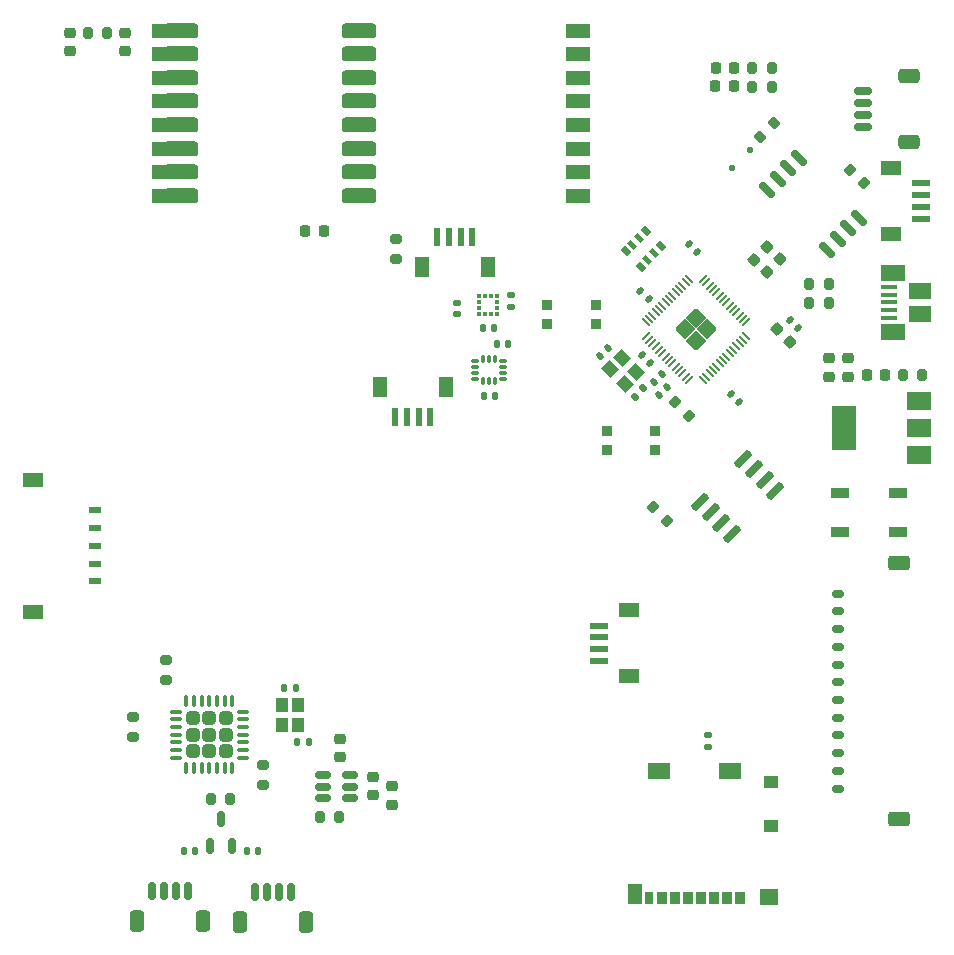
<source format=gbr>
%TF.GenerationSoftware,KiCad,Pcbnew,8.0.2-1*%
%TF.CreationDate,2024-05-29T22:59:52-07:00*%
%TF.ProjectId,flight_computer_dev_board_rfm98pw,666c6967-6874-45f6-936f-6d7075746572,rev?*%
%TF.SameCoordinates,Original*%
%TF.FileFunction,Paste,Top*%
%TF.FilePolarity,Positive*%
%FSLAX46Y46*%
G04 Gerber Fmt 4.6, Leading zero omitted, Abs format (unit mm)*
G04 Created by KiCad (PCBNEW 8.0.2-1) date 2024-05-29 22:59:52*
%MOMM*%
%LPD*%
G01*
G04 APERTURE LIST*
G04 Aperture macros list*
%AMRoundRect*
0 Rectangle with rounded corners*
0 $1 Rounding radius*
0 $2 $3 $4 $5 $6 $7 $8 $9 X,Y pos of 4 corners*
0 Add a 4 corners polygon primitive as box body*
4,1,4,$2,$3,$4,$5,$6,$7,$8,$9,$2,$3,0*
0 Add four circle primitives for the rounded corners*
1,1,$1+$1,$2,$3*
1,1,$1+$1,$4,$5*
1,1,$1+$1,$6,$7*
1,1,$1+$1,$8,$9*
0 Add four rect primitives between the rounded corners*
20,1,$1+$1,$2,$3,$4,$5,0*
20,1,$1+$1,$4,$5,$6,$7,0*
20,1,$1+$1,$6,$7,$8,$9,0*
20,1,$1+$1,$8,$9,$2,$3,0*%
%AMRotRect*
0 Rectangle, with rotation*
0 The origin of the aperture is its center*
0 $1 length*
0 $2 width*
0 $3 Rotation angle, in degrees counterclockwise*
0 Add horizontal line*
21,1,$1,$2,0,0,$3*%
%AMFreePoly0*
4,1,19,0.563745,0.600348,0.608674,0.548496,0.619677,0.497915,0.619677,-0.497915,0.600348,-0.563745,0.548496,-0.608674,0.497915,-0.619677,-0.497915,-0.619677,-0.563745,-0.600348,-0.608674,-0.548496,-0.619677,-0.497915,-0.619677,0.397045,-0.600348,0.462875,-0.584014,0.483144,-0.483144,0.584014,-0.422927,0.616893,-0.397045,0.619677,0.497915,0.619677,0.563745,0.600348,0.563745,0.600348,
$1*%
%AMFreePoly1*
4,1,19,0.563745,0.600348,0.608674,0.548496,0.619677,0.497915,0.619677,-0.497915,0.600348,-0.563745,0.548496,-0.608674,0.497915,-0.619677,-0.397045,-0.619677,-0.462875,-0.600348,-0.483144,-0.584014,-0.584014,-0.483144,-0.616893,-0.422927,-0.619677,-0.397045,-0.619677,0.497915,-0.600348,0.563745,-0.548496,0.608674,-0.497915,0.619677,0.497915,0.619677,0.563745,0.600348,0.563745,0.600348,
$1*%
%AMFreePoly2*
4,1,19,0.462875,0.600348,0.483144,0.584014,0.584014,0.483144,0.616893,0.422927,0.619677,0.397045,0.619677,-0.497915,0.600348,-0.563745,0.548496,-0.608674,0.497915,-0.619677,-0.497915,-0.619677,-0.563745,-0.600348,-0.608674,-0.548496,-0.619677,-0.497915,-0.619677,0.497915,-0.600348,0.563745,-0.548496,0.608674,-0.497915,0.619677,0.397045,0.619677,0.462875,0.600348,0.462875,0.600348,
$1*%
%AMFreePoly3*
4,1,19,0.563745,0.600348,0.608674,0.548496,0.619677,0.497915,0.619677,-0.397045,0.600348,-0.462875,0.584014,-0.483144,0.483144,-0.584014,0.422927,-0.616893,0.397045,-0.619677,-0.497915,-0.619677,-0.563745,-0.600348,-0.608674,-0.548496,-0.619677,-0.497915,-0.619677,0.497915,-0.600348,0.563745,-0.548496,0.608674,-0.497915,0.619677,0.497915,0.619677,0.563745,0.600348,0.563745,0.600348,
$1*%
G04 Aperture macros list end*
%ADD10RoundRect,0.140000X-0.021213X0.219203X-0.219203X0.021213X0.021213X-0.219203X0.219203X-0.021213X0*%
%ADD11RoundRect,0.225000X0.250000X-0.225000X0.250000X0.225000X-0.250000X0.225000X-0.250000X-0.225000X0*%
%ADD12RoundRect,0.200000X-0.200000X-0.275000X0.200000X-0.275000X0.200000X0.275000X-0.200000X0.275000X0*%
%ADD13RoundRect,0.135000X0.185000X-0.135000X0.185000X0.135000X-0.185000X0.135000X-0.185000X-0.135000X0*%
%ADD14RoundRect,0.225000X-0.250000X0.225000X-0.250000X-0.225000X0.250000X-0.225000X0.250000X0.225000X0*%
%ADD15RoundRect,0.150000X0.150000X0.625000X-0.150000X0.625000X-0.150000X-0.625000X0.150000X-0.625000X0*%
%ADD16RoundRect,0.250000X0.350000X0.650000X-0.350000X0.650000X-0.350000X-0.650000X0.350000X-0.650000X0*%
%ADD17R,2.000000X1.500000*%
%ADD18R,2.000000X3.800000*%
%ADD19R,1.550000X0.600000*%
%ADD20R,1.800000X1.200000*%
%ADD21RoundRect,0.200000X-0.275000X0.200000X-0.275000X-0.200000X0.275000X-0.200000X0.275000X0.200000X0*%
%ADD22RoundRect,0.140000X0.021213X-0.219203X0.219203X-0.021213X-0.021213X0.219203X-0.219203X0.021213X0*%
%ADD23RoundRect,0.218750X0.218750X0.256250X-0.218750X0.256250X-0.218750X-0.256250X0.218750X-0.256250X0*%
%ADD24RotRect,0.800000X0.500000X135.000000*%
%ADD25RotRect,0.800000X0.400000X135.000000*%
%ADD26RoundRect,0.218750X-0.218750X-0.256250X0.218750X-0.256250X0.218750X0.256250X-0.218750X0.256250X0*%
%ADD27R,0.900000X0.900000*%
%ADD28RoundRect,0.140000X-0.140000X-0.170000X0.140000X-0.170000X0.140000X0.170000X-0.140000X0.170000X0*%
%ADD29RoundRect,0.140000X-0.170000X0.140000X-0.170000X-0.140000X0.170000X-0.140000X0.170000X0.140000X0*%
%ADD30RoundRect,0.200000X0.200000X0.275000X-0.200000X0.275000X-0.200000X-0.275000X0.200000X-0.275000X0*%
%ADD31RoundRect,0.225000X0.017678X-0.335876X0.335876X-0.017678X-0.017678X0.335876X-0.335876X0.017678X0*%
%ADD32R,0.600000X1.550000*%
%ADD33R,1.200000X1.800000*%
%ADD34RoundRect,0.135000X-0.035355X0.226274X-0.226274X0.035355X0.035355X-0.226274X0.226274X-0.035355X0*%
%ADD35RotRect,1.150000X1.000000X315.000000*%
%ADD36RoundRect,0.140000X0.219203X0.021213X0.021213X0.219203X-0.219203X-0.021213X-0.021213X-0.219203X0*%
%ADD37RoundRect,0.140000X0.140000X0.170000X-0.140000X0.170000X-0.140000X-0.170000X0.140000X-0.170000X0*%
%ADD38R,1.000000X0.600000*%
%ADD39R,1.800000X1.250000*%
%ADD40R,1.000000X1.150000*%
%ADD41RoundRect,0.150000X-0.512500X-0.150000X0.512500X-0.150000X0.512500X0.150000X-0.512500X0.150000X0*%
%ADD42RoundRect,0.150000X0.150000X-0.512500X0.150000X0.512500X-0.150000X0.512500X-0.150000X-0.512500X0*%
%ADD43RoundRect,0.200000X0.335876X0.053033X0.053033X0.335876X-0.335876X-0.053033X-0.053033X-0.335876X0*%
%ADD44R,2.000000X1.300000*%
%ADD45RoundRect,0.087500X-0.225000X-0.087500X0.225000X-0.087500X0.225000X0.087500X-0.225000X0.087500X0*%
%ADD46RoundRect,0.087500X-0.087500X-0.225000X0.087500X-0.225000X0.087500X0.225000X-0.087500X0.225000X0*%
%ADD47RoundRect,0.225000X-0.335876X-0.017678X-0.017678X-0.335876X0.335876X0.017678X0.017678X0.335876X0*%
%ADD48RoundRect,0.150000X-0.565685X0.353553X0.353553X-0.565685X0.565685X-0.353553X-0.353553X0.565685X0*%
%ADD49RoundRect,0.140000X-0.219203X-0.021213X-0.021213X-0.219203X0.219203X0.021213X0.021213X0.219203X0*%
%ADD50R,1.500000X0.900000*%
%ADD51RoundRect,0.125000X0.000000X-0.176777X0.176777X0.000000X0.000000X0.176777X-0.176777X0.000000X0*%
%ADD52R,0.850000X1.100000*%
%ADD53R,0.750000X1.100000*%
%ADD54R,1.200000X1.000000*%
%ADD55R,1.550000X1.350000*%
%ADD56R,1.900000X1.350000*%
%ADD57R,1.170000X1.800000*%
%ADD58RoundRect,0.150000X0.625000X-0.150000X0.625000X0.150000X-0.625000X0.150000X-0.625000X-0.150000X0*%
%ADD59RoundRect,0.250000X0.650000X-0.350000X0.650000X0.350000X-0.650000X0.350000X-0.650000X-0.350000X0*%
%ADD60RoundRect,0.200000X0.275000X-0.200000X0.275000X0.200000X-0.275000X0.200000X-0.275000X-0.200000X0*%
%ADD61FreePoly0,315.000000*%
%ADD62FreePoly1,315.000000*%
%ADD63FreePoly2,315.000000*%
%ADD64FreePoly3,315.000000*%
%ADD65RoundRect,0.050000X-0.309359X0.238649X0.238649X-0.309359X0.309359X-0.238649X-0.238649X0.309359X0*%
%ADD66RoundRect,0.050000X-0.309359X-0.238649X-0.238649X-0.309359X0.309359X0.238649X0.238649X0.309359X0*%
%ADD67RoundRect,0.317500X1.157500X0.317500X-1.157500X0.317500X-1.157500X-0.317500X1.157500X-0.317500X0*%
%ADD68R,0.375000X0.350000*%
%ADD69R,0.350000X0.375000*%
%ADD70RoundRect,0.225000X0.225000X0.250000X-0.225000X0.250000X-0.225000X-0.250000X0.225000X-0.250000X0*%
%ADD71RoundRect,0.250000X-0.320000X-0.320000X0.320000X-0.320000X0.320000X0.320000X-0.320000X0.320000X0*%
%ADD72RoundRect,0.075000X-0.437500X-0.075000X0.437500X-0.075000X0.437500X0.075000X-0.437500X0.075000X0*%
%ADD73RoundRect,0.075000X-0.075000X-0.437500X0.075000X-0.437500X0.075000X0.437500X-0.075000X0.437500X0*%
%ADD74RoundRect,0.150000X0.350000X-0.150000X0.350000X0.150000X-0.350000X0.150000X-0.350000X-0.150000X0*%
%ADD75RoundRect,0.250000X0.650000X-0.375000X0.650000X0.375000X-0.650000X0.375000X-0.650000X-0.375000X0*%
%ADD76RoundRect,0.200000X-0.335876X-0.053033X-0.053033X-0.335876X0.335876X0.053033X0.053033X0.335876X0*%
%ADD77RoundRect,0.150000X0.406586X0.618718X-0.618718X-0.406586X-0.406586X-0.618718X0.618718X0.406586X0*%
%ADD78RoundRect,0.200000X-0.053033X0.335876X-0.335876X0.053033X0.053033X-0.335876X0.335876X-0.053033X0*%
%ADD79R,1.380000X0.450000*%
%ADD80R,2.100000X1.475000*%
%ADD81R,1.900000X1.375000*%
G04 APERTURE END LIST*
D10*
%TO.C,C11*%
X203079411Y-89110589D03*
X202400589Y-89789411D03*
%TD*%
D11*
%TO.C,C13*%
X217210000Y-89295000D03*
X217210000Y-87745000D03*
%TD*%
D12*
%TO.C,R7*%
X215520000Y-81480000D03*
X217170000Y-81480000D03*
%TD*%
D13*
%TO.C,R15*%
X206960000Y-120650000D03*
X206960000Y-119630000D03*
%TD*%
D14*
%TO.C,C16*%
X152910000Y-60185000D03*
X152910000Y-61735000D03*
%TD*%
D15*
%TO.C,J15*%
X171630000Y-132920000D03*
X170630000Y-132920000D03*
X169630000Y-132920000D03*
X168630000Y-132920000D03*
D16*
X172930000Y-135445000D03*
X167330000Y-135445000D03*
%TD*%
D17*
%TO.C,IC2*%
X224780000Y-95970000D03*
X224780000Y-93670000D03*
X224780000Y-91370000D03*
D18*
X218480000Y-93670000D03*
%TD*%
D19*
%TO.C,J9*%
X224995000Y-75920000D03*
X224995000Y-74920000D03*
X224995000Y-73920000D03*
X224995000Y-72920000D03*
D20*
X222470000Y-77220000D03*
X222470000Y-71620000D03*
%TD*%
D21*
%TO.C,R23*%
X161020000Y-113325000D03*
X161020000Y-114975000D03*
%TD*%
D22*
%TO.C,C4*%
X202780589Y-90849411D03*
X203459411Y-90170589D03*
%TD*%
D23*
%TO.C,D1*%
X209157500Y-63130000D03*
X207582500Y-63130000D03*
%TD*%
D24*
%TO.C,R6*%
X201245736Y-79979848D03*
D25*
X201811421Y-79414163D03*
X202377107Y-78848477D03*
D24*
X202942792Y-78282792D03*
X201670000Y-77010000D03*
D25*
X201104315Y-77575685D03*
X200538629Y-78141371D03*
D24*
X199972944Y-78707056D03*
%TD*%
D11*
%TO.C,C12*%
X218810000Y-89315000D03*
X218810000Y-87765000D03*
%TD*%
D26*
%TO.C,D3*%
X220382500Y-89190000D03*
X221957500Y-89190000D03*
%TD*%
D27*
%TO.C,SW2*%
X202480000Y-93910000D03*
X198380000Y-93910000D03*
X202480000Y-95510000D03*
X198380000Y-95510000D03*
%TD*%
D28*
%TO.C,C32*%
X189040000Y-86550000D03*
X190000000Y-86550000D03*
%TD*%
D29*
%TO.C,C34*%
X190300000Y-82430000D03*
X190300000Y-83390000D03*
%TD*%
D30*
%TO.C,L1*%
X156065000Y-60190000D03*
X154415000Y-60190000D03*
%TD*%
D31*
%TO.C,C3*%
X210853984Y-79396016D03*
X211950000Y-78300000D03*
%TD*%
D32*
%TO.C,J10*%
X187000000Y-77505000D03*
X186000000Y-77505000D03*
X185000000Y-77505000D03*
X184000000Y-77505000D03*
D33*
X188300000Y-80030000D03*
X182700000Y-80030000D03*
%TD*%
D34*
%TO.C,R2*%
X201460624Y-90269376D03*
X200739376Y-90990624D03*
%TD*%
D35*
%TO.C,Y1*%
X198642614Y-88692512D03*
X199880051Y-89929949D03*
X200870000Y-88940000D03*
X199632563Y-87702563D03*
%TD*%
D31*
%TO.C,C8*%
X211931992Y-80468008D03*
X213028008Y-79371992D03*
%TD*%
D36*
%TO.C,C10*%
X201909411Y-82689411D03*
X201230589Y-82010589D03*
%TD*%
D37*
%TO.C,C39*%
X163500000Y-129500000D03*
X162540000Y-129500000D03*
%TD*%
D38*
%TO.C,J14*%
X155016000Y-100632000D03*
X155016000Y-102132000D03*
X155016000Y-103632000D03*
X155016000Y-105132000D03*
X155016000Y-106632000D03*
D39*
X149826000Y-98027000D03*
X149826000Y-109237000D03*
%TD*%
D40*
%TO.C,Y3*%
X172260000Y-118825000D03*
X172260000Y-117075000D03*
X170860000Y-117075000D03*
X170860000Y-118825000D03*
%TD*%
D41*
%TO.C,U10*%
X174350000Y-123060000D03*
X174350000Y-124010000D03*
X174350000Y-124960000D03*
X176625000Y-124960000D03*
X176625000Y-124010000D03*
X176625000Y-123060000D03*
%TD*%
D14*
%TO.C,C15*%
X157560000Y-60175000D03*
X157560000Y-61725000D03*
%TD*%
D42*
%TO.C,D8*%
X164750000Y-129047500D03*
X166650000Y-129047500D03*
X165700000Y-126772500D03*
%TD*%
D43*
%TO.C,R12*%
X220143363Y-72943363D03*
X218976637Y-71776637D03*
%TD*%
D44*
%TO.C,U4*%
X160910000Y-60001499D03*
X160910000Y-62001499D03*
X160910000Y-64001499D03*
X160910000Y-66001499D03*
X160910000Y-68001499D03*
X160910000Y-70001499D03*
X160910000Y-72001499D03*
X160910000Y-74001499D03*
X195910000Y-74001499D03*
X195910000Y-72001499D03*
X195910000Y-70001499D03*
X195910000Y-68001499D03*
X195910000Y-66001499D03*
X195910000Y-64001499D03*
X195910000Y-62001499D03*
X195910000Y-60001499D03*
%TD*%
D19*
%TO.C,J5*%
X197755000Y-110380000D03*
X197755000Y-111380000D03*
X197755000Y-112380000D03*
X197755000Y-113380000D03*
D20*
X200280000Y-109080000D03*
X200280000Y-114680000D03*
%TD*%
D12*
%TO.C,R4*%
X210685000Y-63130000D03*
X212335000Y-63130000D03*
%TD*%
D45*
%TO.C,U7*%
X187257500Y-87970000D03*
X187257500Y-88470000D03*
X187257500Y-88970000D03*
X187257500Y-89470000D03*
D46*
X187920000Y-89632500D03*
X188420000Y-89632500D03*
X188920000Y-89632500D03*
D45*
X189582500Y-89470000D03*
X189582500Y-88970000D03*
X189582500Y-88470000D03*
X189582500Y-87970000D03*
D46*
X188920000Y-87807500D03*
X188420000Y-87807500D03*
X187920000Y-87807500D03*
%TD*%
D10*
%TO.C,C2*%
X198499411Y-86870589D03*
X197820589Y-87549411D03*
%TD*%
D47*
%TO.C,C6*%
X212811992Y-85251992D03*
X213908008Y-86348008D03*
%TD*%
D36*
%TO.C,C9*%
X205989411Y-78729411D03*
X205310589Y-78050589D03*
%TD*%
D32*
%TO.C,J11*%
X180440000Y-92745000D03*
X181440000Y-92745000D03*
X182440000Y-92745000D03*
X183440000Y-92745000D03*
D33*
X179140000Y-90220000D03*
X184740000Y-90220000D03*
%TD*%
D12*
%TO.C,R26*%
X164850000Y-125070000D03*
X166500000Y-125070000D03*
%TD*%
D11*
%TO.C,C42*%
X178580000Y-124755000D03*
X178580000Y-123205000D03*
%TD*%
D28*
%TO.C,C37*%
X172180000Y-120200000D03*
X173140000Y-120200000D03*
%TD*%
D48*
%TO.C,U6*%
X214631454Y-70767377D03*
X213733428Y-71665403D03*
X212835403Y-72563428D03*
X211937377Y-73461454D03*
X217028546Y-78552623D03*
X217926572Y-77654597D03*
X218824597Y-76756572D03*
X219722623Y-75858546D03*
%TD*%
D23*
%TO.C,D2*%
X209137500Y-64730000D03*
X207562500Y-64730000D03*
%TD*%
D49*
%TO.C,C7*%
X208890589Y-90770589D03*
X209569411Y-91449411D03*
%TD*%
D30*
%TO.C,R27*%
X175725000Y-126600000D03*
X174075000Y-126600000D03*
%TD*%
D12*
%TO.C,R8*%
X215525000Y-83070000D03*
X217175000Y-83070000D03*
%TD*%
D50*
%TO.C,LED1*%
X218160000Y-99190000D03*
X218160000Y-102490000D03*
X223060000Y-102490000D03*
X223060000Y-99190000D03*
%TD*%
D49*
%TO.C,C1*%
X201330589Y-87440589D03*
X202009411Y-88119411D03*
%TD*%
D11*
%TO.C,C41*%
X180150000Y-125535000D03*
X180150000Y-123985000D03*
%TD*%
D51*
%TO.C,D4*%
X208964683Y-71637817D03*
X210520317Y-70082183D03*
%TD*%
D12*
%TO.C,R3*%
X210685000Y-64750000D03*
X212335000Y-64750000D03*
%TD*%
D52*
%TO.C,J4*%
X209635000Y-133480000D03*
X208535000Y-133480000D03*
X207435000Y-133480000D03*
X206335000Y-133480000D03*
X205235000Y-133480000D03*
X204135000Y-133480000D03*
X203035000Y-133480000D03*
D53*
X201985000Y-133480000D03*
D54*
X212270000Y-127330000D03*
X212270000Y-123630000D03*
D55*
X212095000Y-133355000D03*
D56*
X208770000Y-122655000D03*
X202800000Y-122655000D03*
D57*
X200775000Y-133130000D03*
%TD*%
D43*
%TO.C,R1*%
X205323363Y-92633363D03*
X204156637Y-91466637D03*
%TD*%
D58*
%TO.C,J7*%
X220050000Y-68150000D03*
X220050000Y-67150000D03*
X220050000Y-66150000D03*
X220050000Y-65150000D03*
D59*
X223925000Y-69450000D03*
X223925000Y-63850000D03*
%TD*%
D60*
%TO.C,R25*%
X169290000Y-123855000D03*
X169290000Y-122205000D03*
%TD*%
D37*
%TO.C,C40*%
X168870000Y-129500000D03*
X167910000Y-129500000D03*
%TD*%
D14*
%TO.C,C43*%
X175750000Y-119995000D03*
X175750000Y-121545000D03*
%TD*%
D61*
%TO.C,IC1*%
X205930000Y-84355406D03*
D62*
X204975406Y-85310000D03*
D63*
X206884594Y-85310000D03*
D64*
X205930000Y-86264594D03*
D65*
X205337798Y-81040843D03*
X205054955Y-81323686D03*
X204772113Y-81606528D03*
X204489270Y-81889371D03*
X204206427Y-82172214D03*
X203923585Y-82455056D03*
X203640742Y-82737899D03*
X203357899Y-83020742D03*
X203075056Y-83303585D03*
X202792214Y-83586427D03*
X202509371Y-83869270D03*
X202226528Y-84152113D03*
X201943686Y-84434955D03*
X201660843Y-84717798D03*
D66*
X201660843Y-85902202D03*
X201943686Y-86185045D03*
X202226528Y-86467887D03*
X202509371Y-86750730D03*
X202792214Y-87033573D03*
X203075056Y-87316415D03*
X203357899Y-87599258D03*
X203640742Y-87882101D03*
X203923585Y-88164944D03*
X204206427Y-88447786D03*
X204489270Y-88730629D03*
X204772113Y-89013472D03*
X205054955Y-89296314D03*
X205337798Y-89579157D03*
D65*
X206522202Y-89579157D03*
X206805045Y-89296314D03*
X207087887Y-89013472D03*
X207370730Y-88730629D03*
X207653573Y-88447786D03*
X207936415Y-88164944D03*
X208219258Y-87882101D03*
X208502101Y-87599258D03*
X208784944Y-87316415D03*
X209067786Y-87033573D03*
X209350629Y-86750730D03*
X209633472Y-86467887D03*
X209916314Y-86185045D03*
X210199157Y-85902202D03*
D66*
X210199157Y-84717798D03*
X209916314Y-84434955D03*
X209633472Y-84152113D03*
X209350629Y-83869270D03*
X209067786Y-83586427D03*
X208784944Y-83303585D03*
X208502101Y-83020742D03*
X208219258Y-82737899D03*
X207936415Y-82455056D03*
X207653573Y-82172214D03*
X207370730Y-81889371D03*
X207087887Y-81606528D03*
X206805045Y-81323686D03*
X206522202Y-81040843D03*
%TD*%
D28*
%TO.C,C31*%
X187860000Y-85190000D03*
X188820000Y-85190000D03*
%TD*%
D67*
%TO.C,U5*%
X177385000Y-74000000D03*
X177385000Y-72000000D03*
X177385000Y-70000000D03*
X177385000Y-68000000D03*
X177385000Y-66000000D03*
X177385000Y-64000000D03*
X177385000Y-62000000D03*
X177385000Y-60000000D03*
X162335000Y-60000000D03*
X162335000Y-62000000D03*
X162335000Y-64000000D03*
X162335000Y-66000000D03*
X162335000Y-68000000D03*
X162335000Y-70000000D03*
X162335000Y-72000000D03*
X162335000Y-74000000D03*
%TD*%
D36*
%TO.C,C5*%
X214538822Y-85218822D03*
X213860000Y-84540000D03*
%TD*%
D15*
%TO.C,J13*%
X162880000Y-132825000D03*
X161880000Y-132825000D03*
X160880000Y-132825000D03*
X159880000Y-132825000D03*
D16*
X164180000Y-135350000D03*
X158580000Y-135350000D03*
%TD*%
D60*
%TO.C,R24*%
X158270000Y-119795000D03*
X158270000Y-118145000D03*
%TD*%
D68*
%TO.C,U8*%
X187557500Y-82470000D03*
X187557500Y-82970000D03*
X187557500Y-83470000D03*
X187557500Y-83970000D03*
D69*
X188070000Y-83982500D03*
X188570000Y-83982500D03*
D68*
X189082500Y-83970000D03*
X189082500Y-83470000D03*
X189082500Y-82970000D03*
X189082500Y-82470000D03*
D69*
X188570000Y-82457500D03*
X188070000Y-82457500D03*
%TD*%
D27*
%TO.C,SW1*%
X197450000Y-83260000D03*
X193350000Y-83260000D03*
X197450000Y-84860000D03*
X193350000Y-84860000D03*
%TD*%
D70*
%TO.C,C14*%
X174405000Y-76950000D03*
X172855000Y-76950000D03*
%TD*%
D28*
%TO.C,C38*%
X171080000Y-115670000D03*
X172040000Y-115670000D03*
%TD*%
D71*
%TO.C,U9*%
X163302500Y-118200000D03*
X163302500Y-119620000D03*
X163302500Y-121040000D03*
X164722500Y-118200000D03*
X164722500Y-119620000D03*
X164722500Y-121040000D03*
X166142500Y-118200000D03*
X166142500Y-119620000D03*
X166142500Y-121040000D03*
D72*
X161885000Y-117670000D03*
X161885000Y-118320000D03*
X161885000Y-118970000D03*
X161885000Y-119620000D03*
X161885000Y-120270000D03*
X161885000Y-120920000D03*
X161885000Y-121570000D03*
D73*
X162772500Y-122457500D03*
X163422500Y-122457500D03*
X164072500Y-122457500D03*
X164722500Y-122457500D03*
X165372500Y-122457500D03*
X166022500Y-122457500D03*
X166672500Y-122457500D03*
D72*
X167560000Y-121570000D03*
X167560000Y-120920000D03*
X167560000Y-120270000D03*
X167560000Y-119620000D03*
X167560000Y-118970000D03*
X167560000Y-118320000D03*
X167560000Y-117670000D03*
D73*
X166672500Y-116782500D03*
X166022500Y-116782500D03*
X165372500Y-116782500D03*
X164722500Y-116782500D03*
X164072500Y-116782500D03*
X163422500Y-116782500D03*
X162772500Y-116782500D03*
%TD*%
D74*
%TO.C,J2*%
X217950000Y-124180000D03*
X217950000Y-122680000D03*
X217950000Y-121180000D03*
X217950000Y-119680000D03*
X217950000Y-118180000D03*
X217950000Y-116680000D03*
X217950000Y-115180000D03*
X217950000Y-113680000D03*
X217950000Y-112180000D03*
X217950000Y-110680000D03*
X217950000Y-109180000D03*
X217950000Y-107680000D03*
D75*
X223140000Y-126785000D03*
X223140000Y-105075000D03*
%TD*%
D29*
%TO.C,C33*%
X185690000Y-83040000D03*
X185690000Y-84000000D03*
%TD*%
D76*
%TO.C,R5*%
X202296637Y-100356637D03*
X203463363Y-101523363D03*
%TD*%
D77*
%TO.C,U3*%
X212627838Y-98956238D03*
X211729813Y-98058213D03*
X210831787Y-97160187D03*
X209933762Y-96262162D03*
X206292162Y-99903762D03*
X207190187Y-100801787D03*
X208088213Y-101699813D03*
X208986238Y-102597838D03*
%TD*%
D78*
%TO.C,R10*%
X212553363Y-67806637D03*
X211386637Y-68973363D03*
%TD*%
D79*
%TO.C,J8*%
X222260000Y-81720000D03*
X222260000Y-82370000D03*
X222260000Y-83020000D03*
X222260000Y-83670000D03*
X222260000Y-84320000D03*
D80*
X222620000Y-85482500D03*
D81*
X224920000Y-83957500D03*
X224920000Y-82082500D03*
D80*
X222620000Y-80557500D03*
%TD*%
D60*
%TO.C,R13*%
X180500000Y-79325000D03*
X180500000Y-77675000D03*
%TD*%
D28*
%TO.C,C35*%
X187970000Y-90950000D03*
X188930000Y-90950000D03*
%TD*%
D30*
%TO.C,R9*%
X225065000Y-89180000D03*
X223415000Y-89180000D03*
%TD*%
M02*

</source>
